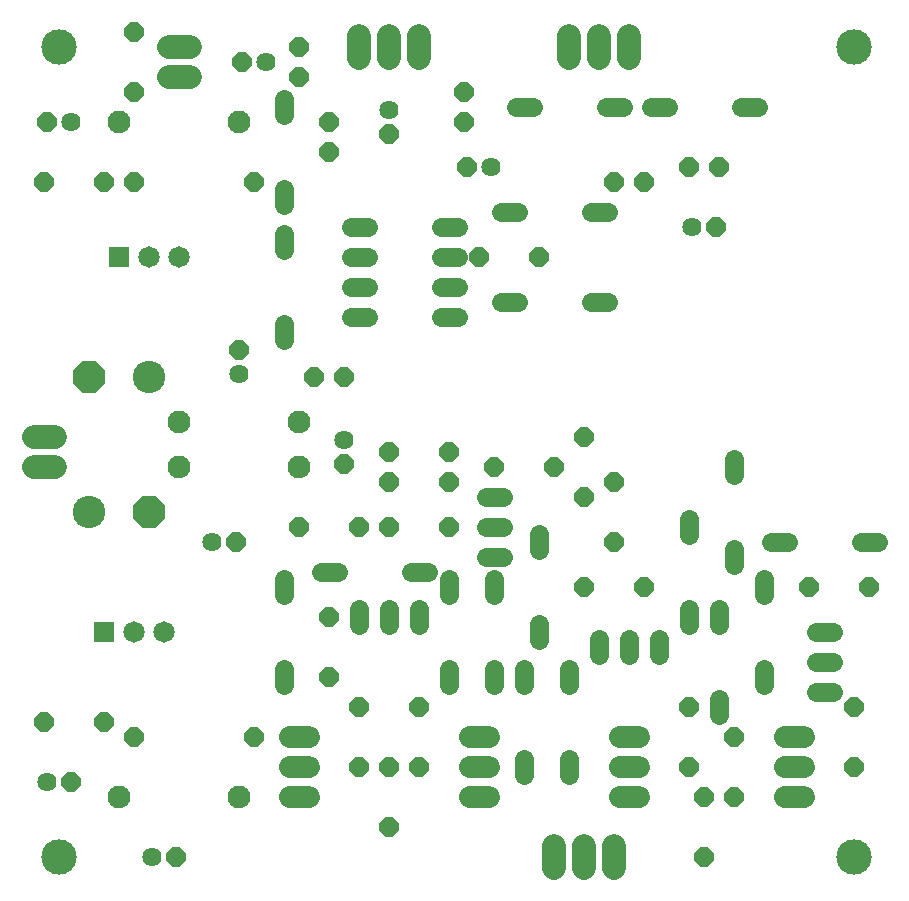
<source format=gbs>
G75*
%MOIN*%
%OFA0B0*%
%FSLAX25Y25*%
%IPPOS*%
%LPD*%
%AMOC8*
5,1,8,0,0,1.08239X$1,22.5*
%
%ADD10OC8,0.06400*%
%ADD11C,0.06400*%
%ADD12C,0.10800*%
%ADD13OC8,0.10800*%
%ADD14C,0.06400*%
%ADD15C,0.07600*%
%ADD16R,0.07137X0.07137*%
%ADD17C,0.07137*%
%ADD18C,0.07200*%
%ADD19C,0.07924*%
%ADD20C,0.11824*%
D10*
X0032527Y0041000D03*
X0023527Y0061000D03*
X0043527Y0061000D03*
X0053527Y0056000D03*
X0093527Y0056000D03*
X0118527Y0076000D03*
X0128527Y0066000D03*
X0148527Y0066000D03*
X0148527Y0046000D03*
X0138527Y0046000D03*
X0128527Y0046000D03*
X0138527Y0026000D03*
X0067527Y0016000D03*
X0118527Y0096000D03*
X0128527Y0126000D03*
X0138527Y0126000D03*
X0138527Y0141000D03*
X0138527Y0151000D03*
X0123527Y0147000D03*
X0108527Y0126000D03*
X0087527Y0121000D03*
X0113527Y0176000D03*
X0123527Y0176000D03*
X0088527Y0185000D03*
X0093527Y0241000D03*
X0118527Y0251000D03*
X0118527Y0261000D03*
X0108527Y0276000D03*
X0108527Y0286000D03*
X0089527Y0281000D03*
X0053527Y0271000D03*
X0053527Y0291000D03*
X0024527Y0261000D03*
X0023527Y0241000D03*
X0043527Y0241000D03*
X0053527Y0241000D03*
X0138527Y0257000D03*
X0163527Y0261000D03*
X0163527Y0271000D03*
X0164527Y0246000D03*
X0168527Y0216000D03*
X0188527Y0216000D03*
X0213527Y0241000D03*
X0223527Y0241000D03*
X0238527Y0246000D03*
X0248527Y0246000D03*
X0247527Y0226000D03*
X0203527Y0156000D03*
X0193527Y0146000D03*
X0203527Y0136000D03*
X0213527Y0141000D03*
X0213527Y0121000D03*
X0223527Y0106000D03*
X0203527Y0106000D03*
X0173527Y0146000D03*
X0158527Y0141000D03*
X0158527Y0151000D03*
X0158527Y0126000D03*
X0238527Y0066000D03*
X0253527Y0056000D03*
X0238527Y0046000D03*
X0243527Y0036000D03*
X0253527Y0036000D03*
X0243527Y0016000D03*
X0293527Y0046000D03*
X0293527Y0066000D03*
X0298527Y0106000D03*
X0278527Y0106000D03*
D11*
X0239527Y0226000D03*
X0172527Y0246000D03*
X0138527Y0265000D03*
X0097527Y0281000D03*
X0032527Y0261000D03*
X0088527Y0177000D03*
X0123527Y0155000D03*
X0079527Y0121000D03*
X0024527Y0041000D03*
X0059527Y0016000D03*
D12*
X0038527Y0131000D03*
X0058527Y0176000D03*
D13*
X0038527Y0176000D03*
X0058527Y0131000D03*
D14*
X0103527Y0108800D02*
X0103527Y0103200D01*
X0115727Y0111000D02*
X0121327Y0111000D01*
X0128527Y0098800D02*
X0128527Y0093200D01*
X0138527Y0093200D02*
X0138527Y0098800D01*
X0148527Y0098800D02*
X0148527Y0093200D01*
X0158527Y0103200D02*
X0158527Y0108800D01*
X0151327Y0111000D02*
X0145727Y0111000D01*
X0170727Y0116000D02*
X0176327Y0116000D01*
X0173527Y0108800D02*
X0173527Y0103200D01*
X0188527Y0093800D02*
X0188527Y0088200D01*
X0183527Y0078800D02*
X0183527Y0073200D01*
X0173527Y0073200D02*
X0173527Y0078800D01*
X0158527Y0078800D02*
X0158527Y0073200D01*
X0183527Y0048800D02*
X0183527Y0043200D01*
X0198527Y0043200D02*
X0198527Y0048800D01*
X0198527Y0073200D02*
X0198527Y0078800D01*
X0208527Y0083200D02*
X0208527Y0088800D01*
X0218527Y0088800D02*
X0218527Y0083200D01*
X0228527Y0083200D02*
X0228527Y0088800D01*
X0238527Y0093200D02*
X0238527Y0098800D01*
X0248527Y0098800D02*
X0248527Y0093200D01*
X0263527Y0103200D02*
X0263527Y0108800D01*
X0253527Y0113200D02*
X0253527Y0118800D01*
X0265727Y0121000D02*
X0271327Y0121000D01*
X0253527Y0143200D02*
X0253527Y0148800D01*
X0238527Y0128800D02*
X0238527Y0123200D01*
X0280727Y0091000D02*
X0286327Y0091000D01*
X0286327Y0081000D02*
X0280727Y0081000D01*
X0280727Y0071000D02*
X0286327Y0071000D01*
X0263527Y0073200D02*
X0263527Y0078800D01*
X0248527Y0068800D02*
X0248527Y0063200D01*
X0188527Y0118200D02*
X0188527Y0123800D01*
X0176327Y0126000D02*
X0170727Y0126000D01*
X0170727Y0136000D02*
X0176327Y0136000D01*
X0161327Y0196000D02*
X0155727Y0196000D01*
X0155727Y0206000D02*
X0161327Y0206000D01*
X0161327Y0216000D02*
X0155727Y0216000D01*
X0155727Y0226000D02*
X0161327Y0226000D01*
X0175727Y0231000D02*
X0181327Y0231000D01*
X0205727Y0231000D02*
X0211327Y0231000D01*
X0211327Y0201000D02*
X0205727Y0201000D01*
X0181327Y0201000D02*
X0175727Y0201000D01*
X0131327Y0196000D02*
X0125727Y0196000D01*
X0125727Y0206000D02*
X0131327Y0206000D01*
X0131327Y0216000D02*
X0125727Y0216000D01*
X0125727Y0226000D02*
X0131327Y0226000D01*
X0103527Y0223800D02*
X0103527Y0218200D01*
X0103527Y0233200D02*
X0103527Y0238800D01*
X0103527Y0263200D02*
X0103527Y0268800D01*
X0180727Y0266000D02*
X0186327Y0266000D01*
X0210727Y0266000D02*
X0216327Y0266000D01*
X0225727Y0266000D02*
X0231327Y0266000D01*
X0255727Y0266000D02*
X0261327Y0266000D01*
X0295727Y0121000D02*
X0301327Y0121000D01*
X0103527Y0078800D02*
X0103527Y0073200D01*
X0103527Y0188200D02*
X0103527Y0193800D01*
D15*
X0108527Y0161000D03*
X0108527Y0146000D03*
X0068527Y0146000D03*
X0068527Y0161000D03*
X0088527Y0261000D03*
X0048527Y0261000D03*
X0048527Y0036000D03*
X0088527Y0036000D03*
D16*
X0043527Y0091000D03*
X0048527Y0216000D03*
D17*
X0058527Y0216000D03*
X0068527Y0216000D03*
X0063527Y0091000D03*
X0053527Y0091000D03*
D18*
X0105327Y0056000D02*
X0111727Y0056000D01*
X0111727Y0046000D02*
X0105327Y0046000D01*
X0105327Y0036000D02*
X0111727Y0036000D01*
X0165327Y0036000D02*
X0171727Y0036000D01*
X0171727Y0046000D02*
X0165327Y0046000D01*
X0165327Y0056000D02*
X0171727Y0056000D01*
X0215327Y0056000D02*
X0221727Y0056000D01*
X0221727Y0046000D02*
X0215327Y0046000D01*
X0215327Y0036000D02*
X0221727Y0036000D01*
X0270327Y0036000D02*
X0276727Y0036000D01*
X0276727Y0046000D02*
X0270327Y0046000D01*
X0270327Y0056000D02*
X0276727Y0056000D01*
D19*
X0213527Y0019562D02*
X0213527Y0012438D01*
X0203527Y0012438D02*
X0203527Y0019562D01*
X0193527Y0019562D02*
X0193527Y0012438D01*
X0027089Y0146000D02*
X0019964Y0146000D01*
X0019964Y0156000D02*
X0027089Y0156000D01*
X0064964Y0276000D02*
X0072089Y0276000D01*
X0072089Y0286000D02*
X0064964Y0286000D01*
X0128527Y0282438D02*
X0128527Y0289562D01*
X0138527Y0289562D02*
X0138527Y0282438D01*
X0148527Y0282438D02*
X0148527Y0289562D01*
X0198527Y0289562D02*
X0198527Y0282438D01*
X0208527Y0282438D02*
X0208527Y0289562D01*
X0218527Y0289562D02*
X0218527Y0282438D01*
D20*
X0028527Y0016000D03*
X0293527Y0016000D03*
X0293527Y0286000D03*
X0028527Y0286000D03*
M02*

</source>
